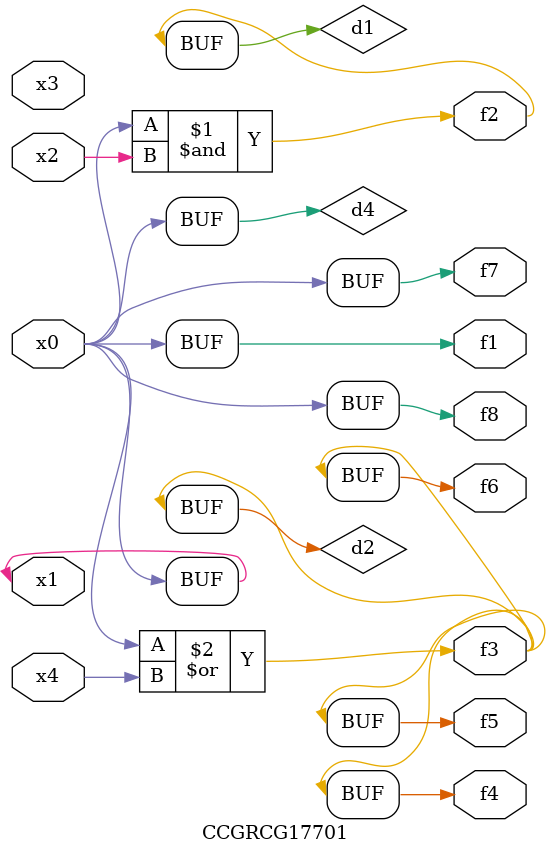
<source format=v>
module CCGRCG17701(
	input x0, x1, x2, x3, x4,
	output f1, f2, f3, f4, f5, f6, f7, f8
);

	wire d1, d2, d3, d4;

	and (d1, x0, x2);
	or (d2, x0, x4);
	nand (d3, x0, x2);
	buf (d4, x0, x1);
	assign f1 = d4;
	assign f2 = d1;
	assign f3 = d2;
	assign f4 = d2;
	assign f5 = d2;
	assign f6 = d2;
	assign f7 = d4;
	assign f8 = d4;
endmodule

</source>
